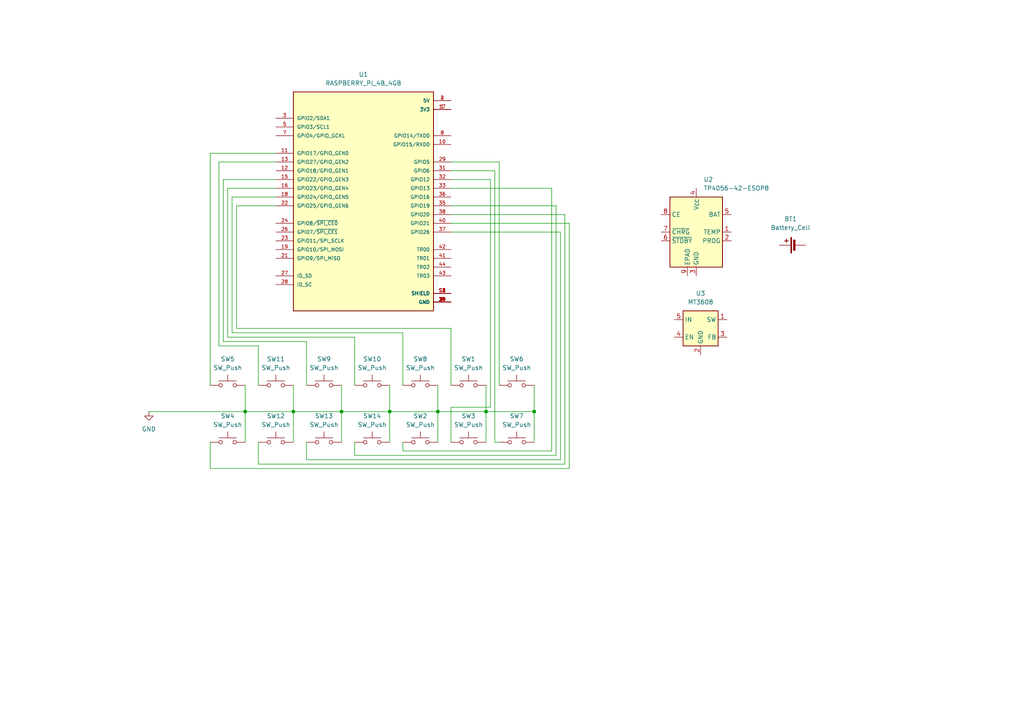
<source format=kicad_sch>
(kicad_sch (version 20250114) (generator "eeschema") (generator_version "9.0")
  (paper "A4")
  (lib_symbols
    (symbol "Battery_Management:TP4056-42-ESOP8"
      (property "Reference" "U" (at -6.604 11.684 0))
      (property "Value" "TP4056-42-ESOP8" (at 10.16 11.684 0))
      (symbol "TP4056-42-ESOP8_1_0"
        (pin input line (at -10.16 5.08 0) (length 2.54) (name "CE") (number "8"))
        (pin open_collector line (at -10.16 0 0) (length 2.54) (name "~{CHRG}") (number "7"))
        (pin open_collector line (at -10.16 -2.54 0) (length 2.54) (name "~{STDBY}") (number "6"))
        (pin passive line (at -2.54 -12.7 90) (length 2.54) (name "EPAD") (number "9"))
        (pin power_in line (at 0 12.7 270) (length 2.54) (name "V_{CC}") (number "4"))
        (pin power_in line (at 0 -12.7 90) (length 2.54) (name "GND") (number "3"))
        (pin power_out line (at 10.16 5.08 180) (length 2.54) (name "BAT") (number "5"))
        (pin input line (at 10.16 0 180) (length 2.54) (name "TEMP") (number "1"))
        (pin passive line (at 10.16 -2.54 180) (length 2.54) (name "PROG") (number "2"))
      )
      (symbol "TP4056-42-ESOP8_1_1"
        (rectangle (start -7.62 10.16) (end 7.62 -10.16) (stroke (width 0.254)) (fill (type background)))
      )
    )
    (symbol "Device:Battery_Cell" (pin_numbers (hide yes)) (pin_names (offset 0) (hide yes))
      (property "Reference" "BT" (at 2.54 2.54 0))
      (property "Value" "Battery_Cell" (at 2.54 0 0))
      (symbol "Battery_Cell_0_1"
        (rectangle (start -2.286 1.778) (end 2.286 1.524) (fill (type outline)))
        (rectangle (start -1.524 1.016) (end 1.524 0.508) (fill (type outline)))
        (polyline (pts (xy 0 1.778) (xy 0 2.54)))
        (polyline (pts (xy 0 0.762) (xy 0 0)))
        (polyline (pts (xy 0.762 3.048) (xy 1.778 3.048)) (stroke (width 0.254)))
        (polyline (pts (xy 1.27 3.556) (xy 1.27 2.54)) (stroke (width 0.254)))
      )
      (symbol "Battery_Cell_1_1"
        (pin passive line (at 0 5.08 270) (length 2.54) (name "+") (number "1"))
        (pin passive line (at 0 -2.54 90) (length 2.54) (name "-") (number "2"))
      )
    )
    (symbol "RP:RASPBERRY_PI_4B_4GB" (pin_names (offset 1.016))
      (property "Reference" "U" (at -20.32 33.528 0))
      (property "Value" "RASPBERRY_PI_4B_4GB" (at -20.32 -33.02 0))
      (symbol "RASPBERRY_PI_4B_4GB_0_0"
        (rectangle (start -20.32 -30.48) (end 20.32 33.02) (stroke (width 0.254)) (fill (type background)))
        (pin bidirectional line (at -25.4 25.4 0) (length 5.08) (name "GPIO2/SDA1") (number "3"))
        (pin bidirectional line (at -25.4 22.86 0) (length 5.08) (name "GPIO3/SCL1") (number "5"))
        (pin bidirectional line (at -25.4 20.32 0) (length 5.08) (name "GPIO4/GPIO_GCKL") (number "7"))
        (pin bidirectional line (at -25.4 15.24 0) (length 5.08) (name "GPIO17/GPIO_GEN0") (number "11"))
        (pin bidirectional line (at -25.4 12.7 0) (length 5.08) (name "GPIO27/GPIO_GEN2") (number "13"))
        (pin bidirectional line (at -25.4 10.16 0) (length 5.08) (name "GPIO18/GPIO_GEN1") (number "12"))
        (pin bidirectional line (at -25.4 7.62 0) (length 5.08) (name "GPIO22/GPIO_GEN3") (number "15"))
        (pin bidirectional line (at -25.4 5.08 0) (length 5.08) (name "GPIO23/GPIO_GEN4") (number "16"))
        (pin bidirectional line (at -25.4 2.54 0) (length 5.08) (name "GPIO24/GPIO_GEN5") (number "18"))
        (pin bidirectional line (at -25.4 0 0) (length 5.08) (name "GPIO25/GPIO_GEN6") (number "22"))
        (pin bidirectional line (at -25.4 -5.08 0) (length 5.08) (name "GPIO8/~{SPI_CE0}") (number "24"))
        (pin bidirectional line (at -25.4 -7.62 0) (length 5.08) (name "GPIO7/~{SPI_CE1}") (number "26"))
        (pin bidirectional line (at -25.4 -10.16 0) (length 5.08) (name "GPIO11/SPI_SCLK") (number "23"))
        (pin bidirectional line (at -25.4 -12.7 0) (length 5.08) (name "GPIO10/SPI_MOSI") (number "19"))
        (pin bidirectional line (at -25.4 -15.24 0) (length 5.08) (name "GPIO9/SPI_MISO") (number "21"))
        (pin bidirectional line (at -25.4 -20.32 0) (length 5.08) (name "ID_SD") (number "27"))
        (pin bidirectional line (at -25.4 -22.86 0) (length 5.08) (name "ID_SC") (number "28"))
        (pin power_in line (at 25.4 30.48 180) (length 5.08) (name "5V") (number "2"))
        (pin power_in line (at 25.4 30.48 180) (length 5.08) (name "5V") (number "4"))
        (pin power_in line (at 25.4 27.94 180) (length 5.08) (name "3V3") (number "1"))
        (pin power_in line (at 25.4 27.94 180) (length 5.08) (name "3V3") (number "17"))
        (pin bidirectional line (at 25.4 20.32 180) (length 5.08) (name "GPIO14/TXD0") (number "8"))
        (pin bidirectional line (at 25.4 17.78 180) (length 5.08) (name "GPIO15/RXD0") (number "10"))
        (pin bidirectional line (at 25.4 12.7 180) (length 5.08) (name "GPIO5") (number "29"))
        (pin bidirectional line (at 25.4 10.16 180) (length 5.08) (name "GPIO6") (number "31"))
        (pin bidirectional line (at 25.4 7.62 180) (length 5.08) (name "GPIO12") (number "32"))
        (pin bidirectional line (at 25.4 5.08 180) (length 5.08) (name "GPIO13") (number "33"))
        (pin bidirectional line (at 25.4 2.54 180) (length 5.08) (name "GPIO16") (number "36"))
        (pin bidirectional line (at 25.4 0 180) (length 5.08) (name "GPIO19") (number "35"))
        (pin bidirectional line (at 25.4 -2.54 180) (length 5.08) (name "GPIO20") (number "38"))
        (pin bidirectional line (at 25.4 -5.08 180) (length 5.08) (name "GPIO21") (number "40"))
        (pin bidirectional line (at 25.4 -7.62 180) (length 5.08) (name "GPIO26") (number "37"))
        (pin bidirectional line (at 25.4 -12.7 180) (length 5.08) (name "TR00") (number "42"))
        (pin bidirectional line (at 25.4 -15.24 180) (length 5.08) (name "TR01") (number "41"))
        (pin bidirectional line (at 25.4 -17.78 180) (length 5.08) (name "TR02") (number "44"))
        (pin bidirectional line (at 25.4 -20.32 180) (length 5.08) (name "TR03") (number "43"))
        (pin power_in line (at 25.4 -25.4 180) (length 5.08) (name "SHIELD") (number "S1"))
        (pin power_in line (at 25.4 -25.4 180) (length 5.08) (name "SHIELD") (number "S2"))
        (pin power_in line (at 25.4 -25.4 180) (length 5.08) (name "SHIELD") (number "S3"))
        (pin power_in line (at 25.4 -25.4 180) (length 5.08) (name "SHIELD") (number "S4"))
        (pin power_in line (at 25.4 -27.94 180) (length 5.08) (name "GND") (number "14"))
        (pin power_in line (at 25.4 -27.94 180) (length 5.08) (name "GND") (number "20"))
        (pin power_in line (at 25.4 -27.94 180) (length 5.08) (name "GND") (number "25"))
        (pin power_in line (at 25.4 -27.94 180) (length 5.08) (name "GND") (number "30"))
        (pin power_in line (at 25.4 -27.94 180) (length 5.08) (name "GND") (number "34"))
        (pin power_in line (at 25.4 -27.94 180) (length 5.08) (name "GND") (number "39"))
        (pin power_in line (at 25.4 -27.94 180) (length 5.08) (name "GND") (number "6"))
        (pin power_in line (at 25.4 -27.94 180) (length 5.08) (name "GND") (number "9"))
      )
    )
    (symbol "Regulator_Switching:MT3608"
      (property "Reference" "U" (at -2.54 8.89 0))
      (property "Value" "MT3608" (at -3.81 6.35 0))
      (symbol "MT3608_0_1"
        (rectangle (start -5.08 5.08) (end 5.08 -5.08) (stroke (width 0.254)) (fill (type background)))
      )
      (symbol "MT3608_1_1"
        (pin power_in line (at -7.62 2.54 0) (length 2.54) (name "IN") (number "5"))
        (pin input line (at -7.62 -2.54 0) (length 2.54) (name "EN") (number "4"))
        (pin power_in line (at 0 -7.62 90) (length 2.54) (name "GND") (number "2"))
        (pin no_connect line (at 5.08 0 180) (length 2.54) (hide yes) (name "NC") (number "6"))
        (pin passive line (at 7.62 2.54 180) (length 2.54) (name "SW") (number "1"))
        (pin input line (at 7.62 -2.54 180) (length 2.54) (name "FB") (number "3"))
      )
    )
    (symbol "Switch:SW_Push" (pin_numbers (hide yes)) (pin_names (offset 1.016) (hide yes))
      (property "Reference" "SW" (at 1.27 2.54 0))
      (property "Value" "SW_Push" (at 0 -1.524 0))
      (symbol "SW_Push_0_1"
        (circle (center -2.032 0) (radius 0.508))
        (polyline (pts (xy 0 1.27) (xy 0 3.048)))
        (circle (center 2.032 0) (radius 0.508))
        (polyline (pts (xy 2.54 1.27) (xy -2.54 1.27)))
        (pin passive line (at -5.08 0 0) (length 2.54) (name "1") (number "1"))
        (pin passive line (at 5.08 0 180) (length 2.54) (name "2") (number "2"))
      )
    )
    (symbol "power:GND" (power) (pin_numbers (hide yes)) (pin_names (offset 0) (hide yes))
      (property "Value" "GND" (at 0 -3.81 0))
      (symbol "GND_0_1"
        (polyline (pts (xy 0 0) (xy 0 -1.27) (xy 1.27 -1.27) (xy 0 -2.54) (xy -1.27 -1.27) (xy 0 -1.27)))
      )
      (symbol "GND_1_1"
        (pin power_in line (at 0 0 270) (length 0) (name "~") (number "1"))
      )
    )
  )
  (junction (at 71.12 119.38))
  (junction (at 99.06 119.38))
  (junction (at 140.97 119.38))
  (junction (at 127 119.38))
  (junction (at 113.03 119.38))
  (junction (at 85.09 119.38))
  (junction (at 154.94 119.38))
  (wire (pts (xy 130.81 64.77) (xy 165.1 64.77)))
  (wire (pts (xy 102.87 132.08) (xy 102.87 128.27)))
  (wire (pts (xy 127 119.38) (xy 127 128.27)))
  (wire (pts (xy 71.12 111.76) (xy 71.12 119.38)))
  (wire (pts (xy 130.81 95.25) (xy 130.81 111.76)))
  (wire (pts (xy 163.83 62.23) (xy 163.83 134.62)))
  (wire (pts (xy 71.12 128.27) (xy 71.12 119.38)))
  (wire (pts (xy 144.78 46.99) (xy 144.78 111.76)))
  (wire (pts (xy 64.77 99.06) (xy 88.9 99.06)))
  (wire (pts (xy 64.77 52.07) (xy 64.77 99.06)))
  (wire (pts (xy 67.31 57.15) (xy 67.31 96.52)))
  (wire (pts (xy 99.06 111.76) (xy 99.06 119.38)))
  (wire (pts (xy 71.12 119.38) (xy 43.18 119.38)))
  (wire (pts (xy 160.02 130.81) (xy 116.84 130.81)))
  (wire (pts (xy 130.81 54.61) (xy 160.02 54.61)))
  (wire (pts (xy 165.1 64.77) (xy 165.1 135.89)))
  (wire (pts (xy 160.02 54.61) (xy 160.02 130.81)))
  (wire (pts (xy 162.56 67.31) (xy 162.56 133.35)))
  (wire (pts (xy 80.01 57.15) (xy 67.31 57.15)))
  (wire (pts (xy 68.58 95.25) (xy 130.81 95.25)))
  (wire (pts (xy 130.81 67.31) (xy 162.56 67.31)))
  (wire (pts (xy 154.94 119.38) (xy 140.97 119.38)))
  (wire (pts (xy 63.5 100.33) (xy 63.5 46.99)))
  (wire (pts (xy 163.83 134.62) (xy 74.93 134.62)))
  (wire (pts (xy 67.31 96.52) (xy 116.84 96.52)))
  (wire (pts (xy 60.96 135.89) (xy 60.96 128.27)))
  (wire (pts (xy 143.51 128.27) (xy 144.78 128.27)))
  (wire (pts (xy 140.97 111.76) (xy 140.97 119.38)))
  (wire (pts (xy 142.24 118.11) (xy 130.81 118.11)))
  (wire (pts (xy 143.51 49.53) (xy 143.51 128.27)))
  (wire (pts (xy 66.04 97.79) (xy 102.87 97.79)))
  (wire (pts (xy 130.81 49.53) (xy 143.51 49.53)))
  (wire (pts (xy 116.84 96.52) (xy 116.84 111.76)))
  (wire (pts (xy 140.97 119.38) (xy 127 119.38)))
  (wire (pts (xy 85.09 119.38) (xy 71.12 119.38)))
  (wire (pts (xy 165.1 135.89) (xy 60.96 135.89)))
  (wire (pts (xy 66.04 54.61) (xy 66.04 97.79)))
  (wire (pts (xy 80.01 52.07) (xy 64.77 52.07)))
  (wire (pts (xy 80.01 59.69) (xy 68.58 59.69)))
  (wire (pts (xy 88.9 133.35) (xy 88.9 128.27)))
  (wire (pts (xy 85.09 111.76) (xy 85.09 119.38)))
  (wire (pts (xy 161.29 59.69) (xy 161.29 132.08)))
  (wire (pts (xy 127 111.76) (xy 127 119.38)))
  (wire (pts (xy 130.81 46.99) (xy 144.78 46.99)))
  (wire (pts (xy 68.58 59.69) (xy 68.58 95.25)))
  (wire (pts (xy 113.03 128.27) (xy 113.03 119.38)))
  (wire (pts (xy 80.01 54.61) (xy 66.04 54.61)))
  (wire (pts (xy 113.03 119.38) (xy 99.06 119.38)))
  (wire (pts (xy 102.87 97.79) (xy 102.87 111.76)))
  (wire (pts (xy 116.84 130.81) (xy 116.84 128.27)))
  (wire (pts (xy 154.94 111.76) (xy 154.94 119.38)))
  (wire (pts (xy 60.96 44.45) (xy 80.01 44.45)))
  (wire (pts (xy 99.06 128.27) (xy 99.06 119.38)))
  (wire (pts (xy 154.94 128.27) (xy 154.94 119.38)))
  (wire (pts (xy 99.06 119.38) (xy 85.09 119.38)))
  (wire (pts (xy 74.93 111.76) (xy 74.93 100.33)))
  (wire (pts (xy 162.56 133.35) (xy 88.9 133.35)))
  (wire (pts (xy 161.29 132.08) (xy 102.87 132.08)))
  (wire (pts (xy 130.81 62.23) (xy 163.83 62.23)))
  (wire (pts (xy 74.93 100.33) (xy 63.5 100.33)))
  (wire (pts (xy 130.81 52.07) (xy 142.24 52.07)))
  (wire (pts (xy 60.96 111.76) (xy 60.96 44.45)))
  (wire (pts (xy 85.09 119.38) (xy 85.09 128.27)))
  (wire (pts (xy 74.93 134.62) (xy 74.93 128.27)))
  (wire (pts (xy 130.81 59.69) (xy 161.29 59.69)))
  (wire (pts (xy 127 119.38) (xy 113.03 119.38)))
  (wire (pts (xy 142.24 52.07) (xy 142.24 118.11)))
  (wire (pts (xy 63.5 46.99) (xy 80.01 46.99)))
  (wire (pts (xy 88.9 99.06) (xy 88.9 111.76)))
  (wire (pts (xy 130.81 118.11) (xy 130.81 128.27)))
  (wire (pts (xy 140.97 128.27) (xy 140.97 119.38)))
  (wire (pts (xy 113.03 111.76) (xy 113.03 119.38)))
  (symbol (lib_id "RP:RASPBERRY_PI_4B_4GB") (at 105.41 59.69 0) (unit 1)
    (property "Reference" "U1" (at 105.41 21.59 0))
    (property "Value" "RASPBERRY_PI_4B_4GB" (at 105.41 24.13 0))
    (property "Footprint" "footprints:MODULE_RASPBERRY_PI_4B_4GB" (effects (hide yes)))
    (property "MF" "Raspberry Pi" (effects (hide yes)))
    (property "MAXIMUM_PACKAGE_HEIGHT" "16 mm" (effects (hide yes)))
    (property "Package" "None" (effects (hide yes)))
    (property "Price" "None" (effects (hide yes)))
    (property "Check_prices" "https://www.snapeda.com/parts/RASPBERRY%20PI%204B/4GB/Raspberry+Pi/view-part/?ref=eda" (effects (hide yes)))
    (property "STANDARD" "Manufacturer Recommendations" (effects (hide yes)))
    (property "PARTREV" "4" (effects (hide yes)))
    (property "SnapEDA_Link" "https://www.snapeda.com/parts/RASPBERRY%20PI%204B/4GB/Raspberry+Pi/view-part/?ref=snap" (effects (hide yes)))
    (property "MP" "RASPBERRY PI 4B/4GB" (effects (hide yes)))
    (property "Description_1" "BCM2711 Raspberry Pi 4 Model B 4GB - ARM® Cortex®-A72 MPU Embedded Evaluation Board" (effects (hide yes)))
    (property "MANUFACTURER" "Raspberry Pi" (effects (hide yes)))
    (property "Availability" "Not in stock" (effects (hide yes)))
    (property "SNAPEDA_PN" "RASPBERRY PI 4B/4GB" (effects (hide yes)))
  )
  (symbol (lib_id "Switch:SW_Push") (at 107.95 128.27 0) (unit 1)
    (property "Reference" "SW14" (at 107.95 120.65 0))
    (property "Value" "SW_Push" (at 107.95 123.19 0))
    (property "Footprint" "Button_Switch_SMD:SW_SPST_SKQG_WithStem" (effects (hide yes)))
    (property "Description" "Push button switch, generic, two pins" (effects (hide yes)))
  )
  (symbol (lib_id "Battery_Management:TP4056-42-ESOP8") (at 201.93 67.31 0) (unit 1)
    (property "Reference" "U2" (at 204.0733 52.07 0) (effects (justify left)))
    (property "Value" "TP4056-42-ESOP8" (at 204.0733 54.61 0) (effects (justify left)))
    (property "Footprint" "Package_SO:SOIC-8-1EP_3.9x4.9mm_P1.27mm_EP2.41x3.3mm_ThermalVias" (effects (hide yes)))
    (property "Datasheet" "https://www.lcsc.com/datasheet/lcsc_datasheet_2410121619_TOPPOWER-Nanjing-Extension-Microelectronics-TP4056-42-ESOP8_C16581.pdf" (effects (hide yes)))
    (property "Description" "1A Standalone Linear Li-ion/LiPo single-cell battery charger, 4.2V ±1% charge voltage, VCC = 4.0..8.0V, SOIC-8 (SOP-8)" (effects (hide yes)))
  )
  (symbol (lib_id "Switch:SW_Push") (at 66.04 128.27 0) (unit 1)
    (property "Reference" "SW4" (at 66.04 120.65 0))
    (property "Value" "SW_Push" (at 66.04 123.19 0))
    (property "Footprint" "Button_Switch_SMD:SW_SPST_SKQG_WithStem" (effects (hide yes)))
    (property "Description" "Push button switch, generic, two pins" (effects (hide yes)))
  )
  (symbol (lib_id "Switch:SW_Push") (at 121.92 111.76 0) (unit 1)
    (property "Reference" "SW8" (at 121.92 104.14 0))
    (property "Value" "SW_Push" (at 121.92 106.68 0))
    (property "Footprint" "Button_Switch_SMD:SW_SPST_SKQG_WithStem" (effects (hide yes)))
    (property "Description" "Push button switch, generic, two pins" (effects (hide yes)))
  )
  (symbol (lib_id "Switch:SW_Push") (at 66.04 111.76 0) (unit 1)
    (property "Reference" "SW5" (at 66.04 104.14 0))
    (property "Value" "SW_Push" (at 66.04 106.68 0))
    (property "Footprint" "Button_Switch_SMD:SW_SPST_SKQG_WithStem" (effects (hide yes)))
    (property "Description" "Push button switch, generic, two pins" (effects (hide yes)))
  )
  (symbol (lib_id "Switch:SW_Push") (at 93.98 111.76 0) (unit 1)
    (property "Reference" "SW9" (at 93.98 104.14 0))
    (property "Value" "SW_Push" (at 93.98 106.68 0))
    (property "Footprint" "Button_Switch_SMD:SW_SPST_SKQG_WithStem" (effects (hide yes)))
    (property "Description" "Push button switch, generic, two pins" (effects (hide yes)))
  )
  (symbol (lib_id "Switch:SW_Push") (at 80.01 111.76 0) (unit 1)
    (property "Reference" "SW11" (at 80.01 104.14 0))
    (property "Value" "SW_Push" (at 80.01 106.68 0))
    (property "Footprint" "Button_Switch_SMD:SW_SPST_SKQG_WithStem" (effects (hide yes)))
    (property "Description" "Push button switch, generic, two pins" (effects (hide yes)))
  )
  (symbol (lib_id "Regulator_Switching:MT3608") (at 203.2 95.25 0) (unit 1)
    (property "Reference" "U3" (at 203.2 85.09 0))
    (property "Value" "MT3608" (at 203.2 87.63 0))
    (property "Footprint" "Package_TO_SOT_SMD:SOT-23-6" (effects (hide yes)))
    (property "Datasheet" "https://www.olimex.com/Products/Breadboarding/BB-PWR-3608/resources/MT3608.pdf" (effects (hide yes)))
    (property "Description" "High Efficiency 1.2MHz 2A Step Up Converter, 2-24V Vin, 28V Vout, 4A current limit, 1.2MHz, SOT23-6" (effects (hide yes)))
  )
  (symbol (lib_id "Switch:SW_Push") (at 149.86 128.27 0) (unit 1)
    (property "Reference" "SW7" (at 149.86 120.65 0))
    (property "Value" "SW_Push" (at 149.86 123.19 0))
    (property "Footprint" "Button_Switch_SMD:SW_SPST_SKQG_WithStem" (effects (hide yes)))
    (property "Description" "Push button switch, generic, two pins" (effects (hide yes)))
  )
  (symbol (lib_id "Switch:SW_Push") (at 80.01 128.27 0) (unit 1)
    (property "Reference" "SW12" (at 80.01 120.65 0))
    (property "Value" "SW_Push" (at 80.01 123.19 0))
    (property "Footprint" "Button_Switch_SMD:SW_SPST_SKQG_WithStem" (effects (hide yes)))
    (property "Description" "Push button switch, generic, two pins" (effects (hide yes)))
  )
  (symbol (lib_id "Switch:SW_Push") (at 121.92 128.27 0) (unit 1)
    (property "Reference" "SW2" (at 121.92 120.65 0))
    (property "Value" "SW_Push" (at 121.92 123.19 0))
    (property "Footprint" "Button_Switch_SMD:SW_SPST_SKQG_WithStem" (effects (hide yes)))
    (property "Description" "Push button switch, generic, two pins" (effects (hide yes)))
  )
  (symbol (lib_id "Switch:SW_Push") (at 135.89 128.27 0) (unit 1)
    (property "Reference" "SW3" (at 135.89 120.65 0))
    (property "Value" "SW_Push" (at 135.89 123.19 0))
    (property "Footprint" "Button_Switch_SMD:SW_SPST_SKQG_WithStem" (effects (hide yes)))
    (property "Description" "Push button switch, generic, two pins" (effects (hide yes)))
  )
  (symbol (lib_id "Switch:SW_Push") (at 93.98 128.27 0) (unit 1)
    (property "Reference" "SW13" (at 93.98 120.65 0))
    (property "Value" "SW_Push" (at 93.98 123.19 0))
    (property "Footprint" "Button_Switch_SMD:SW_SPST_SKQG_WithStem" (effects (hide yes)))
    (property "Description" "Push button switch, generic, two pins" (effects (hide yes)))
  )
  (symbol (lib_id "Switch:SW_Push") (at 107.95 111.76 0) (unit 1)
    (property "Reference" "SW10" (at 107.95 104.14 0))
    (property "Value" "SW_Push" (at 107.95 106.68 0))
    (property "Footprint" "Button_Switch_SMD:SW_SPST_SKQG_WithStem" (effects (hide yes)))
    (property "Description" "Push button switch, generic, two pins" (effects (hide yes)))
  )
  (symbol (lib_id "Switch:SW_Push") (at 135.89 111.76 0) (unit 1)
    (property "Reference" "SW1" (at 135.89 104.14 0))
    (property "Value" "SW_Push" (at 135.89 106.68 0))
    (property "Footprint" "Button_Switch_SMD:SW_SPST_SKQG_WithStem" (effects (hide yes)))
    (property "Description" "Push button switch, generic, two pins" (effects (hide yes)))
  )
  (symbol (lib_id "Device:Battery_Cell") (at 231.14 71.12 90) (unit 1)
    (property "Reference" "BT1" (at 229.2985 63.5 90))
    (property "Value" "Battery_Cell" (at 229.2985 66.04 90))
    (property "Description" "Single-cell battery" (effects (hide yes)))
  )
  (symbol (lib_id "Switch:SW_Push") (at 149.86 111.76 0) (unit 1)
    (property "Reference" "SW6" (at 149.86 104.14 0))
    (property "Value" "SW_Push" (at 149.86 106.68 0))
    (property "Footprint" "Button_Switch_SMD:SW_SPST_SKQG_WithStem" (effects (hide yes)))
    (property "Description" "Push button switch, generic, two pins" (effects (hide yes)))
  )
  (symbol (lib_id "power:GND") (at 43.18 119.38 0) (unit 1)
    (property "Reference" "#PWR01" (effects (hide yes)))
    (property "Value" "GND" (at 43.18 124.46 0))
    (property "Description" "Power symbol creates a global label with name \"GND\" , ground" (effects (hide yes)))
  )
)
</source>
